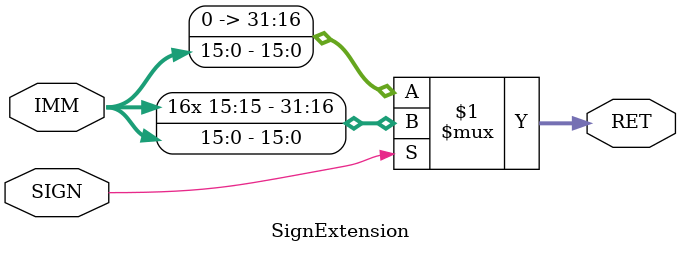
<source format=sv>
module SignExtension(
    input logic [15:0] IMM,
    input logic SIGN,
    output logic [31:0] RET
);
    assign RET = SIGN ?
        {{16{IMM[15]}}, IMM} :
        {16'b0, IMM};
endmodule
</source>
